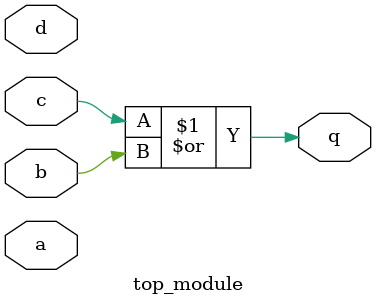
<source format=v>
module top_module (
    input a,
    input b,
    input c,
    input d,
    output q );//

    assign q = c | b; // Fix me
    

endmodule

</source>
